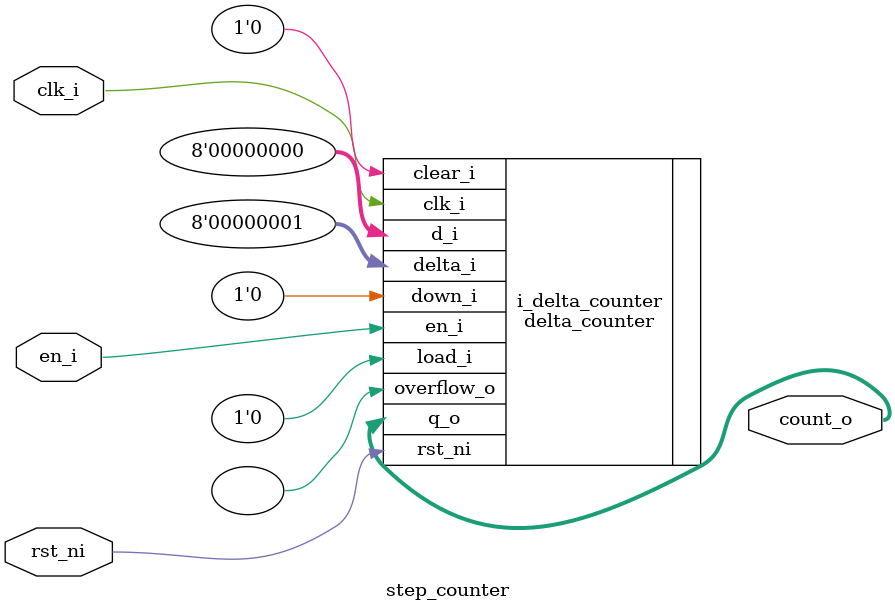
<source format=sv>
module step_counter #(
  /// Counter width
  parameter int unsigned CounterWidth = 8
 ) (
  /// Rising-edge clock
  input  logic                      clk_i,
  /// Asynchronous reset, active low
  input  logic                      rst_ni,
  /// Enable port
  input  logic                      en_i,
  /// Current count number
  output logic [CounterWidth-1 : 0] count_o
);

  ////////////////////////////
  // localparam and typedef //
  ////////////////////////////

  //////////////////////
  // sub-module inst  //
  //////////////////////

  delta_counter #(
    .WIDTH(CounterWidth)
  ) i_delta_counter (
    .clk_i,
    .rst_ni,
    .clear_i   (1'b0), // synchronous clear
    .en_i      (en_i),    // enable the counter
    .load_i    (1'b0),  // load a new value
    .down_i    (1'b0),  // downcount, default is up
    .delta_i   ({{(CounterWidth-1){1'b0}}, 1'b1}),
    .d_i       ({CounterWidth{1'b0}}),
    .q_o       (count_o),
    .overflow_o()
  );

endmodule


</source>
